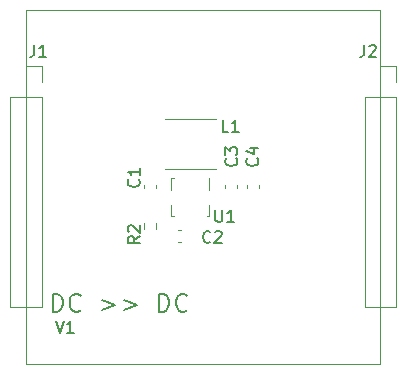
<source format=gbr>
G04 #@! TF.GenerationSoftware,KiCad,Pcbnew,(5.99.0-11522-g728b160719)*
G04 #@! TF.CreationDate,2021-07-25T13:21:19+10:00*
G04 #@! TF.ProjectId,DC_DC,44435f44-432e-46b6-9963-61645f706362,0.2*
G04 #@! TF.SameCoordinates,Original*
G04 #@! TF.FileFunction,Legend,Top*
G04 #@! TF.FilePolarity,Positive*
%FSLAX46Y46*%
G04 Gerber Fmt 4.6, Leading zero omitted, Abs format (unit mm)*
G04 Created by KiCad (PCBNEW (5.99.0-11522-g728b160719)) date 2021-07-25 13:21:19*
%MOMM*%
%LPD*%
G01*
G04 APERTURE LIST*
G04 #@! TA.AperFunction,Profile*
%ADD10C,0.100000*%
G04 #@! TD*
%ADD11C,0.200000*%
%ADD12C,0.150000*%
%ADD13C,0.120000*%
G04 APERTURE END LIST*
D10*
X84303000Y-48006000D02*
X114275000Y-48006000D01*
X114275000Y-48006000D02*
X114275000Y-77978000D01*
X114275000Y-77978000D02*
X84303000Y-77978000D01*
X84303000Y-77978000D02*
X84303000Y-48006000D01*
D11*
X86559142Y-73576571D02*
X86559142Y-72076571D01*
X86916285Y-72076571D01*
X87130571Y-72148000D01*
X87273428Y-72290857D01*
X87344857Y-72433714D01*
X87416285Y-72719428D01*
X87416285Y-72933714D01*
X87344857Y-73219428D01*
X87273428Y-73362285D01*
X87130571Y-73505142D01*
X86916285Y-73576571D01*
X86559142Y-73576571D01*
X88916285Y-73433714D02*
X88844857Y-73505142D01*
X88630571Y-73576571D01*
X88487714Y-73576571D01*
X88273428Y-73505142D01*
X88130571Y-73362285D01*
X88059142Y-73219428D01*
X87987714Y-72933714D01*
X87987714Y-72719428D01*
X88059142Y-72433714D01*
X88130571Y-72290857D01*
X88273428Y-72148000D01*
X88487714Y-72076571D01*
X88630571Y-72076571D01*
X88844857Y-72148000D01*
X88916285Y-72219428D01*
X90702000Y-72576571D02*
X91844857Y-73005142D01*
X90702000Y-73433714D01*
X92559142Y-72576571D02*
X93702000Y-73005142D01*
X92559142Y-73433714D01*
X95559142Y-73576571D02*
X95559142Y-72076571D01*
X95916285Y-72076571D01*
X96130571Y-72148000D01*
X96273428Y-72290857D01*
X96344857Y-72433714D01*
X96416285Y-72719428D01*
X96416285Y-72933714D01*
X96344857Y-73219428D01*
X96273428Y-73362285D01*
X96130571Y-73505142D01*
X95916285Y-73576571D01*
X95559142Y-73576571D01*
X97916285Y-73433714D02*
X97844857Y-73505142D01*
X97630571Y-73576571D01*
X97487714Y-73576571D01*
X97273428Y-73505142D01*
X97130571Y-73362285D01*
X97059142Y-73219428D01*
X96987714Y-72933714D01*
X96987714Y-72719428D01*
X97059142Y-72433714D01*
X97130571Y-72290857D01*
X97273428Y-72148000D01*
X97487714Y-72076571D01*
X97630571Y-72076571D01*
X97844857Y-72148000D01*
X97916285Y-72219428D01*
D12*
X86820476Y-74382380D02*
X87153809Y-75382380D01*
X87487142Y-74382380D01*
X88344285Y-75382380D02*
X87772857Y-75382380D01*
X88058571Y-75382380D02*
X88058571Y-74382380D01*
X87963333Y-74525238D01*
X87868095Y-74620476D01*
X87772857Y-74668095D01*
G04 #@! TO.C,C3*
X102084142Y-60618666D02*
X102131761Y-60666285D01*
X102179380Y-60809142D01*
X102179380Y-60904380D01*
X102131761Y-61047238D01*
X102036523Y-61142476D01*
X101941285Y-61190095D01*
X101750809Y-61237714D01*
X101607952Y-61237714D01*
X101417476Y-61190095D01*
X101322238Y-61142476D01*
X101227000Y-61047238D01*
X101179380Y-60904380D01*
X101179380Y-60809142D01*
X101227000Y-60666285D01*
X101274619Y-60618666D01*
X101179380Y-60285333D02*
X101179380Y-59666285D01*
X101560333Y-59999619D01*
X101560333Y-59856761D01*
X101607952Y-59761523D01*
X101655571Y-59713904D01*
X101750809Y-59666285D01*
X101988904Y-59666285D01*
X102084142Y-59713904D01*
X102131761Y-59761523D01*
X102179380Y-59856761D01*
X102179380Y-60142476D01*
X102131761Y-60237714D01*
X102084142Y-60285333D01*
G04 #@! TO.C,C1*
X93829142Y-62396666D02*
X93876761Y-62444285D01*
X93924380Y-62587142D01*
X93924380Y-62682380D01*
X93876761Y-62825238D01*
X93781523Y-62920476D01*
X93686285Y-62968095D01*
X93495809Y-63015714D01*
X93352952Y-63015714D01*
X93162476Y-62968095D01*
X93067238Y-62920476D01*
X92972000Y-62825238D01*
X92924380Y-62682380D01*
X92924380Y-62587142D01*
X92972000Y-62444285D01*
X93019619Y-62396666D01*
X93924380Y-61444285D02*
X93924380Y-62015714D01*
X93924380Y-61730000D02*
X92924380Y-61730000D01*
X93067238Y-61825238D01*
X93162476Y-61920476D01*
X93210095Y-62015714D01*
G04 #@! TO.C,R2*
X93924380Y-67222666D02*
X93448190Y-67556000D01*
X93924380Y-67794095D02*
X92924380Y-67794095D01*
X92924380Y-67413142D01*
X92972000Y-67317904D01*
X93019619Y-67270285D01*
X93114857Y-67222666D01*
X93257714Y-67222666D01*
X93352952Y-67270285D01*
X93400571Y-67317904D01*
X93448190Y-67413142D01*
X93448190Y-67794095D01*
X93019619Y-66841714D02*
X92972000Y-66794095D01*
X92924380Y-66698857D01*
X92924380Y-66460761D01*
X92972000Y-66365523D01*
X93019619Y-66317904D01*
X93114857Y-66270285D01*
X93210095Y-66270285D01*
X93352952Y-66317904D01*
X93924380Y-66889333D01*
X93924380Y-66270285D01*
G04 #@! TO.C,U1*
X100330095Y-64984380D02*
X100330095Y-65793904D01*
X100377714Y-65889142D01*
X100425333Y-65936761D01*
X100520571Y-65984380D01*
X100711047Y-65984380D01*
X100806285Y-65936761D01*
X100853904Y-65889142D01*
X100901523Y-65793904D01*
X100901523Y-64984380D01*
X101901523Y-65984380D02*
X101330095Y-65984380D01*
X101615809Y-65984380D02*
X101615809Y-64984380D01*
X101520571Y-65127238D01*
X101425333Y-65222476D01*
X101330095Y-65270095D01*
G04 #@! TO.C,C4*
X103862142Y-60618666D02*
X103909761Y-60666285D01*
X103957380Y-60809142D01*
X103957380Y-60904380D01*
X103909761Y-61047238D01*
X103814523Y-61142476D01*
X103719285Y-61190095D01*
X103528809Y-61237714D01*
X103385952Y-61237714D01*
X103195476Y-61190095D01*
X103100238Y-61142476D01*
X103005000Y-61047238D01*
X102957380Y-60904380D01*
X102957380Y-60809142D01*
X103005000Y-60666285D01*
X103052619Y-60618666D01*
X103290714Y-59761523D02*
X103957380Y-59761523D01*
X102909761Y-59999619D02*
X103624047Y-60237714D01*
X103624047Y-59618666D01*
G04 #@! TO.C,J2*
X112925666Y-51014380D02*
X112925666Y-51728666D01*
X112878047Y-51871523D01*
X112782809Y-51966761D01*
X112639952Y-52014380D01*
X112544714Y-52014380D01*
X113354238Y-51109619D02*
X113401857Y-51062000D01*
X113497095Y-51014380D01*
X113735190Y-51014380D01*
X113830428Y-51062000D01*
X113878047Y-51109619D01*
X113925666Y-51204857D01*
X113925666Y-51300095D01*
X113878047Y-51442952D01*
X113306619Y-52014380D01*
X113925666Y-52014380D01*
G04 #@! TO.C,L1*
X101433333Y-58364380D02*
X100957142Y-58364380D01*
X100957142Y-57364380D01*
X102290476Y-58364380D02*
X101719047Y-58364380D01*
X102004761Y-58364380D02*
X102004761Y-57364380D01*
X101909523Y-57507238D01*
X101814285Y-57602476D01*
X101719047Y-57650095D01*
G04 #@! TO.C,C2*
X99909333Y-67667142D02*
X99861714Y-67714761D01*
X99718857Y-67762380D01*
X99623619Y-67762380D01*
X99480761Y-67714761D01*
X99385523Y-67619523D01*
X99337904Y-67524285D01*
X99290285Y-67333809D01*
X99290285Y-67190952D01*
X99337904Y-67000476D01*
X99385523Y-66905238D01*
X99480761Y-66810000D01*
X99623619Y-66762380D01*
X99718857Y-66762380D01*
X99861714Y-66810000D01*
X99909333Y-66857619D01*
X100290285Y-66857619D02*
X100337904Y-66810000D01*
X100433142Y-66762380D01*
X100671238Y-66762380D01*
X100766476Y-66810000D01*
X100814095Y-66857619D01*
X100861714Y-66952857D01*
X100861714Y-67048095D01*
X100814095Y-67190952D01*
X100242666Y-67762380D01*
X100861714Y-67762380D01*
G04 #@! TO.C,J1*
X84985666Y-51014380D02*
X84985666Y-51728666D01*
X84938047Y-51871523D01*
X84842809Y-51966761D01*
X84699952Y-52014380D01*
X84604714Y-52014380D01*
X85985666Y-52014380D02*
X85414238Y-52014380D01*
X85699952Y-52014380D02*
X85699952Y-51014380D01*
X85604714Y-51157238D01*
X85509476Y-51252476D01*
X85414238Y-51300095D01*
D13*
G04 #@! TO.C,C3*
X102153500Y-62838420D02*
X102153500Y-63119580D01*
X101133500Y-62838420D02*
X101133500Y-63119580D01*
G04 #@! TO.C,C1*
X94275500Y-62864420D02*
X94275500Y-63145580D01*
X95295500Y-62864420D02*
X95295500Y-63145580D01*
G04 #@! TO.C,R2*
X94263000Y-66595258D02*
X94263000Y-66120742D01*
X95308000Y-66595258D02*
X95308000Y-66120742D01*
G04 #@! TO.C,U1*
X96834500Y-65491000D02*
X96604500Y-65491000D01*
X96604500Y-62271000D02*
X96604500Y-63246000D01*
X99824500Y-64516000D02*
X99824500Y-65491000D01*
X99824500Y-65491000D02*
X99594500Y-65491000D01*
X96834500Y-62271000D02*
X96604500Y-62271000D01*
X96604500Y-64516000D02*
X96604500Y-65491000D01*
X99824500Y-62241000D02*
X99824500Y-63246000D01*
G04 #@! TO.C,C4*
X104058500Y-62838420D02*
X104058500Y-63119580D01*
X103038500Y-62838420D02*
X103038500Y-63119580D01*
G04 #@! TO.C,J2*
X112970000Y-55372000D02*
X115630000Y-55372000D01*
X112970000Y-55372000D02*
X112970000Y-73212000D01*
X115630000Y-52772000D02*
X115630000Y-54102000D01*
X112970000Y-73212000D02*
X115630000Y-73212000D01*
X114300000Y-52772000D02*
X115630000Y-52772000D01*
X115630000Y-55372000D02*
X115630000Y-73212000D01*
G04 #@! TO.C,L1*
X96060500Y-57234000D02*
X100368500Y-57234000D01*
X100368500Y-61542000D02*
X96060500Y-61542000D01*
G04 #@! TO.C,C2*
X97171920Y-67693000D02*
X97453080Y-67693000D01*
X97171920Y-66673000D02*
X97453080Y-66673000D01*
G04 #@! TO.C,J1*
X84303000Y-52772000D02*
X85633000Y-52772000D01*
X82973000Y-55372000D02*
X85633000Y-55372000D01*
X82973000Y-73212000D02*
X85633000Y-73212000D01*
X82973000Y-55372000D02*
X82973000Y-73212000D01*
X85633000Y-52772000D02*
X85633000Y-54102000D01*
X85633000Y-55372000D02*
X85633000Y-73212000D01*
G04 #@! TD*
M02*

</source>
